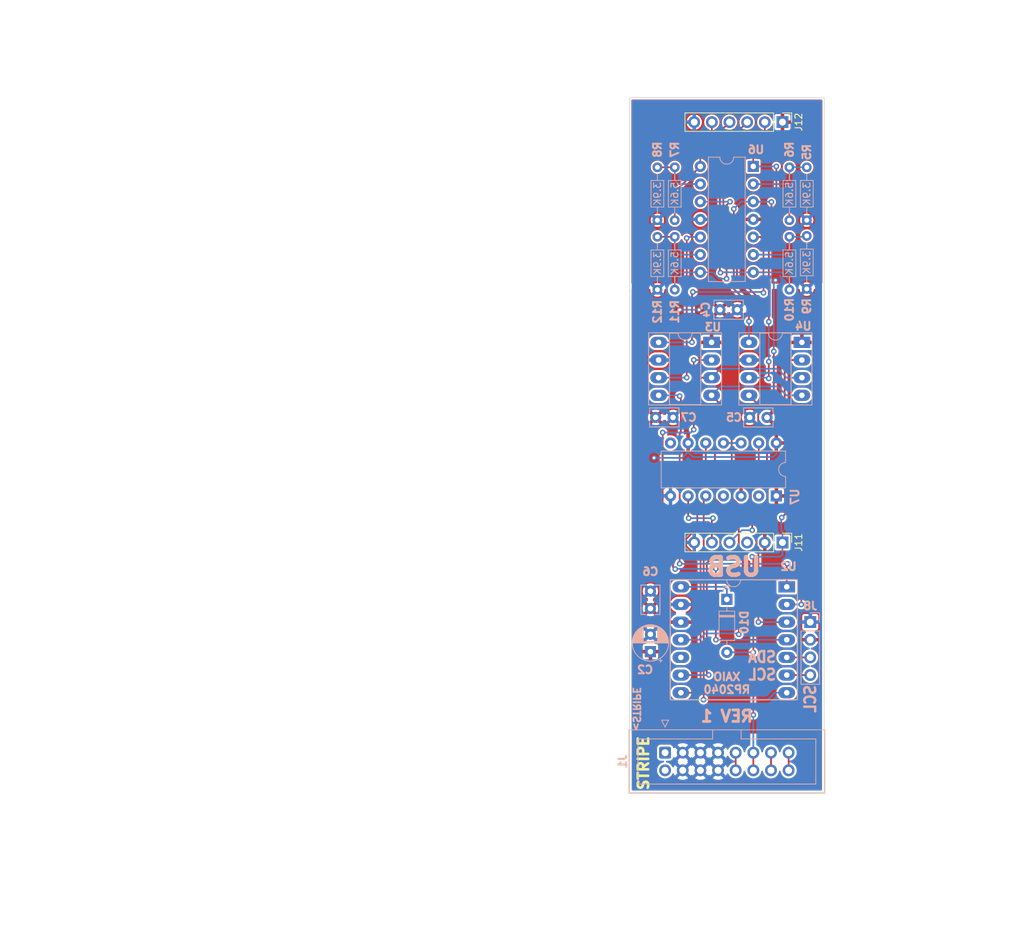
<source format=kicad_pcb>
(kicad_pcb (version 20211014) (generator pcbnew)
  (title_block (title "SYNTH MIDI COMTROLLER") (date "2022-09-23") (rev "1") (company "LAND BOARDS, LLC"))
  (layers (0 "F.Cu" signal) (31 "B.Cu" signal) (34 "B.Paste" user) (35 "F.Paste" user) (36 "B.SilkS" user "B.Silkscreen") (37 "F.SilkS" user "F.Silkscreen") (38 "B.Mask" user) (39 "F.Mask" user) (44 "Edge.Cuts" user))
  (net 0 "")
  (net 1 "+3V3")
  (net 2 "+5V")
  (net 3 "+12V")
  (net 6 "/RXD")
  (net 7 "/CV_OUT")
  (net 8 "/GATE_OUT")
  (net 10 "GND")
  (net 11 "Net-(U2-Pad7)")
  (net 14 "/LD34*")
  (net 15 "/LD12*")
  (net 16 "/SCK")
  (net 17 "/MOSI")
  (net 18 "Net-(R5-Pad2)")
  (net 19 "Net-(R7-Pad1)")
  (net 20 "Net-(R10-Pad1)")
  (net 21 "Net-(R11-Pad1)")
  (net 23 "Net-(U7-Pad11)")
  (net 24 "/AOUT4")
  (net 25 "/AOUT3")
  (net 26 "/AOUT2")
  (net 27 "/AOUT1")
  (net 28 "/CS12*")
  (net 29 "/CS34*")
  (net 30 "+5VD")
  (net 31 "/CV2_D")
  (net 32 "/CV1_D")
  (net 33 "/CV3_D")
  (net 34 "/CV4_D")
  (net 35 "/OPTOUT-D")
  (net 36 "/RBI-D")
  (net 38 "/SDA")
  (net 39 "/SCL")
  (footprint "Connector_PinHeader_2.54mm:PinHeader_1x06_P2.54mm_Vertical" (layer "F.Cu") (at 123 96 -90)
    (fp_text reference "J11" (at 0 -2.33 90) (layer "F.SilkS"))
    (fp_text value "Conn_01x06")
    (pad "1" thru_hole rect (at 0 0 270) (size 1.7 1.7) (drill 1) (layers *.Cu *.Mask) (net 2 "+5V"))
    (pad "2" thru_hole oval (at 0 2.54 270) (size 1.7 1.7) (drill 1) (layers *.Cu *.Mask) (net 1 "+3V3"))
    (pad "3" thru_hole oval (at 0 5.08 270) (size 1.7 1.7) (drill 1) (layers *.Cu *.Mask))
    (pad "4" thru_hole oval (at 0 7.62 270) (size 1.7 1.7) (drill 1) (layers *.Cu *.Mask) (net 35 "/OPTOUT-D"))
    (pad "5" thru_hole oval (at 0 10.16 270) (size 1.7 1.7) (drill 1) (layers *.Cu *.Mask) (net 36 "/RBI-D"))
    (pad "6" thru_hole oval (at 0 12.7 270) (size 1.7 1.7) (drill 1) (layers *.Cu *.Mask) (net 10 "GND"))
  )
  (footprint "Connector_PinHeader_2.54mm:PinHeader_1x06_P2.54mm_Vertical" (layer "F.Cu") (at 123 35.5 -90)
    (fp_text reference "J12" (at 0 -2.33 90) (layer "F.SilkS"))
    (fp_text value "Conn_01x06")
    (pad "1" thru_hole rect (at 0 0 270) (size 1.7 1.7) (drill 1) (layers *.Cu *.Mask) (net 2 "+5V"))
    (pad "2" thru_hole oval (at 0 2.54 270) (size 1.7 1.7) (drill 1) (layers *.Cu *.Mask) (net 31 "/CV2_D"))
    (pad "3" thru_hole oval (at 0 5.08 270) (size 1.7 1.7) (drill 1) (layers *.Cu *.Mask) (net 34 "/CV4_D"))
    (pad "4" thru_hole oval (at 0 7.62 270) (size 1.7 1.7) (drill 1) (layers *.Cu *.Mask) (net 33 "/CV3_D"))
    (pad "5" thru_hole oval (at 0 10.16 270) (size 1.7 1.7) (drill 1) (layers *.Cu *.Mask) (net 32 "/CV1_D"))
    (pad "6" thru_hole oval (at 0 12.7 270) (size 1.7 1.7) (drill 1) (layers *.Cu *.Mask) (net 10 "GND"))
  )
  (footprint "Capacitor_THT:CP_Radial_D5.0mm_P2.50mm" (layer "B.Cu") (at 104 111.705113 90)
    (fp_text reference "C2" (at -2.604888 -0.762) (layer "B.SilkS") (effects (font (size 1.143 1.143) (thickness 0.381)) (justify mirror)))
    (fp_text value "10uF")
    (pad "1" thru_hole rect (at 0 0 90) (size 1.6 1.6) (drill 0.8) (layers *.Cu *.Mask) (net 1 "+3V3"))
    (pad "2" thru_hole circle (at 2.5 0 90) (size 1.6 1.6) (drill 0.8) (layers *.Cu *.Mask) (net 10 "GND"))
  )
  (footprint "Resistor_THT:R_Axial_DIN0204_L3.6mm_D1.6mm_P7.62mm_Horizontal" (layer "B.Cu") (at 107.5 52 -90)
    (fp_text reference "R11" (at 10.795 0 90) (layer "B.SilkS") (effects (font (size 1.143 1.143) (thickness 0.381)) (justify mirror)))
    (fp_text value "5.6K" (at 3.81 0 90) (layer "B.SilkS") (effects (justify mirror)))
    (pad "1" thru_hole circle (at 0 0 270) (size 1.4 1.4) (drill 0.7) (layers *.Cu *.Mask) (net 21 "Net-(R11-Pad1)"))
    (pad "2" thru_hole oval (at 7.62 0 270) (size 1.4 1.4) (drill 0.7) (layers *.Cu *.Mask) (net 34 "/CV4_D"))
  )
  (footprint "Resistor_THT:R_Axial_DIN0204_L3.6mm_D1.6mm_P7.62mm_Horizontal" (layer "B.Cu") (at 124 52 -90)
    (fp_text reference "R10" (at 10.5 0 90) (layer "B.SilkS") (effects (font (size 1.143 1.143) (thickness 0.381)) (justify mirror)))
    (fp_text value "5.6K" (at 3.81 0 90) (layer "B.SilkS") (effects (justify mirror)))
    (pad "1" thru_hole circle (at 0 0 270) (size 1.4 1.4) (drill 0.7) (layers *.Cu *.Mask) (net 20 "Net-(R10-Pad1)"))
    (pad "2" thru_hole oval (at 7.62 0 270) (size 1.4 1.4) (drill 0.7) (layers *.Cu *.Mask) (net 33 "/CV3_D"))
  )
  (footprint "Capacitor_THT:C_Rect_L4.0mm_W2.5mm_P2.50mm" (layer "B.Cu") (at 120.777 78 180)
    (fp_text reference "C5" (at 4.75 0) (layer "B.SilkS") (effects (font (size 1.143 1.143) (thickness 0.381)) (justify mirror)))
    (fp_text value "0.1uF")
    (pad "1" thru_hole circle (at 0 0 180) (size 1.6 1.6) (drill 0.8) (layers *.Cu *.Mask) (net 1 "+3V3"))
    (pad "2" thru_hole circle (at 2.5 0 180) (size 1.6 1.6) (drill 0.8) (layers *.Cu *.Mask) (net 10 "GND"))
  )
  (footprint "Resistor_THT:R_Axial_DIN0204_L3.6mm_D1.6mm_P7.62mm_Horizontal" (layer "B.Cu") (at 107.5 42 -90)
    (fp_text reference "R7" (at -2.54 0 90) (layer "B.SilkS") (effects (font (size 1.143 1.143) (thickness 0.381)) (justify mirror)))
    (fp_text value "5.6K" (at 3.81 0 90) (layer "B.SilkS") (effects (justify mirror)))
    (pad "1" thru_hole circle (at 0 0 270) (size 1.4 1.4) (drill 0.7) (layers *.Cu *.Mask) (net 19 "Net-(R7-Pad1)"))
    (pad "2" thru_hole oval (at 7.62 0 270) (size 1.4 1.4) (drill 0.7) (layers *.Cu *.Mask) (net 32 "/CV1_D"))
  )
  (footprint "Package_DIP:DIP-8_W7.62mm_Socket_LongPads" (layer "B.Cu") (at 112.8 67.2 180)
    (fp_text reference "U3" (at -0.2 2.2) (layer "B.SilkS") (effects (font (size 1.143 1.143) (thickness 0.381)) (justify mirror)))
    (fp_text value "MCP4822-E/P")
    (pad "1" thru_hole rect (at 0 0 180) (size 2.4 1.6) (drill 0.8) (layers *.Cu *.Mask) (net 1 "+3V3"))
    (pad "2" thru_hole oval (at 0 -2.54 180) (size 2.4 1.6) (drill 0.8) (layers *.Cu *.Mask) (net 29 "/CS34*"))
    (pad "3" thru_hole oval (at 0 -5.08 180) (size 2.4 1.6) (drill 0.8) (layers *.Cu *.Mask) (net 16 "/SCK"))
    (pad "4" thru_hole oval (at 0 -7.62 180) (size 2.4 1.6) (drill 0.8) (layers *.Cu *.Mask) (net 17 "/MOSI"))
    (pad "5" thru_hole oval (at 7.62 -7.62 180) (size 2.4 1.6) (drill 0.8) (layers *.Cu *.Mask) (net 14 "/LD34*"))
    (pad "6" thru_hole oval (at 7.62 -5.08 180) (size 2.4 1.6) (drill 0.8) (layers *.Cu *.Mask) (net 24 "/AOUT4"))
    (pad "7" thru_hole oval (at 7.62 -2.54 180) (size 2.4 1.6) (drill 0.8) (layers *.Cu *.Mask) (net 10 "GND"))
    (pad "8" thru_hole oval (at 7.62 0 180) (size 2.4 1.6) (drill 0.8) (layers *.Cu *.Mask) (net 25 "/AOUT3"))
  )
  (footprint "Diode_THT:D_DO-35_SOD27_P7.62mm_Horizontal" (layer "B.Cu") (at 115 104.19 -90)
    (fp_text reference "D10" (at 3.31 -2.5 90) (layer "B.SilkS") (effects (font (size 1.143 1.143) (thickness 0.381)) (justify mirror)))
    (fp_text value "BAT41")
    (fp_text user "K" (at -1.69 0 90) (layer "B.SilkS") (effects (justify mirror)))
    (pad "1" thru_hole rect (at 0 0 270) (size 1.6 1.6) (drill 0.8) (layers *.Cu *.Mask) (net 30 "+5VD"))
    (pad "2" thru_hole oval (at 7.62 0 270) (size 1.6 1.6) (drill 0.8) (layers *.Cu *.Mask) (net 2 "+5V"))
  )
  (footprint "Capacitor_THT:C_Rect_L4.0mm_W2.5mm_P2.50mm" (layer "B.Cu") (at 104.75 78)
    (fp_text reference "C7" (at 4.75 0) (layer "B.SilkS") (effects (font (size 1.143 1.143) (thickness 0.381)) (justify mirror)))
    (fp_text value "0.1uF")
    (pad "1" thru_hole circle (at 0 0) (size 1.6 1.6) (drill 0.8) (layers *.Cu *.Mask) (net 1 "+3V3"))
    (pad "2" thru_hole circle (at 2.5 0) (size 1.6 1.6) (drill 0.8) (layers *.Cu *.Mask) (net 10 "GND"))
  )
  (footprint "Package_DIP:DIP-8_W7.62mm_Socket_LongPads" (layer "B.Cu") (at 125.8 67.2 180)
    (fp_text reference "U4" (at -0.2 2.33) (layer "B.SilkS") (effects (font (size 1.143 1.143) (thickness 0.381)) (justify mirror)))
    (fp_text value "MCP4822-E/P")
    (pad "1" thru_hole rect (at 0 0 180) (size 2.4 1.6) (drill 0.8) (layers *.Cu *.Mask) (net 1 "+3V3"))
    (pad "2" thru_hole oval (at 0 -2.54 180) (size 2.4 1.6) (drill 0.8) (layers *.Cu *.Mask) (net 28 "/CS12*"))
    (pad "3" thru_hole oval (at 0 -5.08 180) (size 2.4 1.6) (drill 0.8) (layers *.Cu *.Mask) (net 16 "/SCK"))
    (pad "4" thru_hole oval (at 0 -7.62 180) (size 2.4 1.6) (drill 0.8) (layers *.Cu *.Mask) (net 17 "/MOSI"))
    (pad "5" thru_hole oval (at 7.62 -7.62 180) (size 2.4 1.6) (drill 0.8) (layers *.Cu *.Mask) (net 15 "/LD12*"))
    (pad "6" thru_hole oval (at 7.62 -5.08 180) (size 2.4 1.6) (drill 0.8) (layers *.Cu *.Mask) (net 26 "/AOUT2"))
    (pad "7" thru_hole oval (at 7.62 -2.54 180) (size 2.4 1.6) (drill 0.8) (layers *.Cu *.Mask) (net 10 "GND"))
    (pad "8" thru_hole oval (at 7.62 0 180) (size 2.4 1.6) (drill 0.8) (layers *.Cu *.Mask) (net 27 "/AOUT1"))
  )
  (footprint "Resistor_THT:R_Axial_DIN0204_L3.6mm_D1.6mm_P7.62mm_Horizontal" (layer "B.Cu") (at 124 42 -90)
    (fp_text reference "R6" (at -2.54 0 90) (layer "B.SilkS") (effects (font (size 1.143 1.143) (thickness 0.381)) (justify mirror)))
    (fp_text value "5.6K" (at 3.809992 -0.000006 90) (layer "B.SilkS") (effects (justify mirror)))
    (pad "1" thru_hole circle (at 0 0 270) (size 1.4 1.4) (drill 0.7) (layers *.Cu *.Mask) (net 18 "Net-(R5-Pad2)"))
    (pad "2" thru_hole oval (at 7.62 0 270) (size 1.4 1.4) (drill 0.7) (layers *.Cu *.Mask) (net 31 "/CV2_D"))
  )
  (footprint "Package_DIP:DIP-14_W7.62mm" (layer "B.Cu") (at 118.8 41.875 180)
    (fp_text reference "U6" (at -0.391 2.408) (layer "B.SilkS") (effects (font (size 1.143 1.143) (thickness 0.381)) (justify mirror)))
    (fp_text value "MCP6234")
    (pad "1" thru_hole rect (at 0 0 180) (size 1.6 1.6) (drill 0.8) (layers *.Cu *.Mask) (net 31 "/CV2_D"))
    (pad "2" thru_hole oval (at 0 -2.54 180) (size 1.6 1.6) (drill 0.8) (layers *.Cu *.Mask) (net 18 "Net-(R5-Pad2)"))
    (pad "3" thru_hole oval (at 0 -5.08 180) (size 1.6 1.6) (drill 0.8) (layers *.Cu *.Mask) (net 26 "/AOUT2"))
    (pad "4" thru_hole oval (at 0 -7.62 180) (size 1.6 1.6) (drill 0.8) (layers *.Cu *.Mask) (net 2 "+5V"))
    (pad "5" thru_hole oval (at 0 -10.16 180) (size 1.6 1.6) (drill 0.8) (layers *.Cu *.Mask) (net 25 "/AOUT3"))
    (pad "6" thru_hole oval (at 0 -12.7 180) (size 1.6 1.6) (drill 0.8) (layers *.Cu *.Mask) (net 20 "Net-(R10-Pad1)"))
    (pad "7" thru_hole oval (at 0 -15.24 180) (size 1.6 1.6) (drill 0.8) (layers *.Cu *.Mask) (net 33 "/CV3_D"))
    (pad "8" thru_hole oval (at 7.62 -15.24 180) (size 1.6 1.6) (drill 0.8) (layers *.Cu *.Mask) (net 34 "/CV4_D"))
    (pad "9" thru_hole oval (at 7.62 -12.7 180) (size 1.6 1.6) (drill 0.8) (layers *.Cu *.Mask) (net 21 "Net-(R11-Pad1)"))
    (pad "10" thru_hole oval (at 7.62 -10.16 180) (size 1.6 1.6) (drill 0.8) (layers *.Cu *.Mask) (net 24 "/AOUT4"))
    (pad "11" thru_hole oval (at 7.62 -7.62 180) (size 1.6 1.6) (drill 0.8) (layers *.Cu *.Mask) (net 10 "GND"))
    (pad "12" thru_hole oval (at 7.62 -5.08 180) (size 1.6 1.6) (drill 0.8) (layers *.Cu *.Mask) (net 27 "/AOUT1"))
    (pad "13" thru_hole oval (at 7.62 -2.54 180) (size 1.6 1.6) (drill 0.8) (layers *.Cu *.Mask) (net 19 "Net-(R7-Pad1)"))
    (pad "14" thru_hole oval (at 7.62 0 180) (size 1.6 1.6) (drill 0.8) (layers *.Cu *.Mask) (net 32 "/CV1_D"))
  )
  (footprint "Resistor_THT:R_Axial_DIN0204_L3.6mm_D1.6mm_P7.62mm_Horizontal" (layer "B.Cu") (at 126.5 49.62 90)
    (fp_text reference "R5" (at 9.81 0 90) (layer "B.SilkS") (effects (font (size 1.143 1.143) (thickness 0.381)) (justify mirror)))
    (fp_text value "3.9K" (at 3.81 0 90) (layer "B.SilkS") (effects (justify mirror)))
    (pad "1" thru_hole circle (at 0 0 90) (size 1.4 1.4) (drill 0.7) (layers *.Cu *.Mask) (net 10 "GND"))
    (pad "2" thru_hole oval (at 7.62 0 90) (size 1.4 1.4) (drill 0.7) (layers *.Cu *.Mask) (net 18 "Net-(R5-Pad2)"))
  )
  (footprint "Connector_IDC:IDC-Header_2x08_P2.54mm_Vertical" (layer "B.Cu") (at 106.11 126.2475 -90)
    (fp_text reference "J1" (at 1.27 6.1 90) (layer "B.SilkS") (effects (font (size 1.143 1.143) (thickness 0.381)) (justify mirror)))
    (fp_text value "Conn_02x08_Odd_Even")
    (pad "1" thru_hole roundrect (at 0 0 270) (size 1.7 1.7) (drill 1) (layers *.Cu *.Mask) (roundrect_rratio 0.1470588235))
    (pad "2" thru_hole circle (at 2.54 0 270) (size 1.7 1.7) (drill 1) (layers *.Cu *.Mask))
    (pad "3" thru_hole circle (at 0 -2.54 270) (size 1.7 1.7) (drill 1) (layers *.Cu *.Mask) (net 10 "GND"))
    (pad "4" thru_hole circle (at 2.54 -2.54 270) (size 1.7 1.7) (drill 1) (layers *.Cu *.Mask) (net 10 "GND"))
    (pad "5" thru_hole circle (at 0 -5.08 270) (size 1.7 1.7) (drill 1) (layers *.Cu *.Mask) (net 10 "GND"))
    (pad "6" thru_hole circle (at 2.54 -5.08 270) (size 1.7 1.7) (drill 1) (layers *.Cu *.Mask) (net 10 "GND"))
    (pad "7" thru_hole circle (at 0 -7.62 270) (size 1.7 1.7) (drill 1) (layers *.Cu *.Mask) (net 10 "GND"))
    (pad "8" thru_hole circle (at 2.54 -7.62 270) (size 1.7 1.7) (drill 1) (layers *.Cu *.Mask) (net 10 "GND"))
    (pad "9" thru_hole circle (at 0 -10.16 270) (size 1.7 1.7) (drill 1) (layers *.Cu *.Mask) (net 3 "+12V"))
    (pad "10" thru_hole circle (at 2.54 -10.16 270) (size 1.7 1.7) (drill 1) (layers *.Cu *.Mask) (net 3 "+12V"))
    (pad "11" thru_hole circle (at 0 -12.7 270) (size 1.7 1.7) (drill 1) (layers *.Cu *.Mask) (net 2 "+5V"))
    (pad "12" thru_hole circle (at 2.54 -12.7 270) (size 1.7 1.7) (drill 1) (layers *.Cu *.Mask) (net 2 "+5V"))
    (pad "13" thru_hole circle (at 0 -15.24 270) (size 1.7 1.7) (drill 1) (layers *.Cu *.Mask) (net 7 "/CV_OUT"))
    (pad "14" thru_hole circle (at 2.54 -15.24 270) (size 1.7 1.7) (drill 1) (layers *.Cu *.Mask) (net 7 "/CV_OUT"))
    (pad "15" thru_hole circle (at 0 -17.78 270) (size 1.7 1.7) (drill 1) (layers *.Cu *.Mask) (net 8 "/GATE_OUT"))
    (pad "16" thru_hole circle (at 2.54 -17.78 270) (size 1.7 1.7) (drill 1) (layers *.Cu *.Mask) (net 8 "/GATE_OUT"))
  )
  (footprint "LandBoards_BoardOutlines:QT_Py" (layer "B.Cu") (at 123.62 102.38 180)
    (fp_text reference "U2" (at -0.254 2.921) (layer "B.SilkS") (effects (font (size 1.143 1.143) (thickness 0.381)) (justify mirror)))
    (fp_text value "XIAO_RP2040")
    (pad "1" thru_hole rect (at 0 0 180) (size 2.4 1.6) (drill 0.8) (layers *.Cu *.Mask) (net 14 "/LD34*"))
    (pad "2" thru_hole oval (at 0 -2.54 180) (size 2.4 1.6) (drill 0.8) (layers *.Cu *.Mask) (net 28 "/CS12*"))
    (pad "3" thru_hole oval (at 0 -5.08 180) (size 2.4 1.6) (drill 0.8) (layers *.Cu *.Mask) (net 15 "/LD12*"))
    (pad "4" thru_hole oval (at 0 -7.62 180) (size 2.4 1.6) (drill 0.8) (layers *.Cu *.Mask) (net 29 "/CS34*"))
    (pad "5" thru_hole oval (at 0 -10.16 180) (size 2.4 1.6) (drill 0.8) (layers *.Cu *.Mask) (net 38 "/SDA"))
    (pad "6" thru_hole oval (at 0 -12.7 180) (size 2.4 1.6) (drill 0.8) (layers *.Cu *.Mask) (net 39 "/SCL"))
    (pad "7" thru_hole oval (at 0 -15.24 180) (size 2.4 1.6) (drill 0.8) (layers *.Cu *.Mask) (net 11 "Net-(U2-Pad7)"))
    (pad "8" thru_hole oval (at 15.24 -15.24 180) (size 2.4 1.6) (drill 0.8) (layers *.Cu *.Mask) (net 6 "/RXD"))
    (pad "9" thru_hole oval (at 15.24 -12.7 180) (size 2.4 1.6) (drill 0.8) (layers *.Cu *.Mask) (net 16 "/SCK"))
    (pad "10" thru_hole oval (at 15.24 -10.16 180) (size 2.4 1.6) (drill 0.8) (layers *.Cu *.Mask))
    (pad "11" thru_hole oval (at 15.24 -7.62 180) (size 2.4 1.6) (drill 0.8) (layers *.Cu *.Mask) (net 17 "/MOSI"))
    (pad "12" thru_hole oval (at 15.24 -5.08 180) (size 2.4 1.6) (drill 0.8) (layers *.Cu *.Mask) (net 1 "+3V3"))
    (pad "13" thru_hole oval (at 15.24 -2.54 180) (size 2.4 1.6) (drill 0.8) (layers *.Cu *.Mask) (net 10 "GND"))
    (pad "14" thru_hole oval (at 15.24 0 180) (size 2.4 1.6) (drill 0.8) (layers *.Cu *.Mask) (net 30 "+5VD"))
  )
  (footprint "Capacitor_THT:C_Rect_L4.0mm_W2.5mm_P2.50mm" (layer "B.Cu") (at 114 62.5)
    (fp_text reference "C4" (at -2.052 0 90) (layer "B.SilkS") (effects (font (size 1.143 1.143) (thickness 0.381)) (justify mirror)))
    (fp_text value "0.1uF")
    (pad "1" thru_hole circle (at 0 0) (size 1.6 1.6) (drill 0.8) (layers *.Cu *.Mask) (net 1 "+3V3"))
    (pad "2" thru_hole circle (at 2.5 0) (size 1.6 1.6) (drill 0.8) (layers *.Cu *.Mask) (net 10 "GND"))
  )
  (footprint "Capacitor_THT:C_Rect_L4.0mm_W2.5mm_P2.50mm" (layer "B.Cu") (at 104 105.5 90)
    (fp_text reference "C6" (at 5.314 0) (layer "B.SilkS") (effects (font (size 1.143 1.143) (thickness 0.381)) (justify mirror)))
    (fp_text value "0.1uF")
    (pad "1" thru_hole circle (at 0 0 90) (size 1.6 1.6) (drill 0.8) (layers *.Cu *.Mask) (net 1 "+3V3"))
    (pad "2" thru_hole circle (at 2.5 0 90) (size 1.6 1.6) (drill 0.8) (layers *.Cu *.Mask) (net 10 "GND"))
  )
  (footprint "Connector_PinHeader_2.54mm:PinHeader_1x04_P2.54mm_Vertical" (layer "B.Cu") (at 127 107.452 180)
    (fp_text reference "J8" (at 0 2.33) (layer "B.SilkS") (effects (font (size 1.143 1.143) (thickness 0.381)) (justify mirror)))
    (fp_text value "Conn_01x04")
    (pad "1" thru_hole rect (at 0 0 180) (size 1.7 1.7) (drill 1) (layers *.Cu *.Mask) (net 10 "GND"))
    (pad "2" thru_hole oval (at 0 -2.54 180) (size 1.7 1.7) (drill 1) (layers *.Cu *.Mask) (net 1 "+3V3"))
    (pad "3" thru_hole oval (at 0 -5.08 180) (size 1.7 1.7) (drill 1) (layers *.Cu *.Mask) (net 38 "/SDA"))
    (pad "4" thru_hole oval (at 0 -7.62 180) (size 1.7 1.7) (drill 1) (layers *.Cu *.Mask) (net 39 "/SCL"))
  )
  (footprint "Resistor_THT:R_Axial_DIN0204_L3.6mm_D1.6mm_P7.62mm_Horizontal" (layer "B.Cu") (at 105 49.62 90)
    (fp_text reference "R8" (at 10.16 0 90) (layer "B.SilkS") (effects (font (size 1.143 1.143) (thickness 0.381)) (justify mirror)))
    (fp_text value "3.9K" (at 3.81 0 90) (layer "B.SilkS") (effects (justify mirror)))
    (pad "1" thru_hole circle (at 0 0 90) (size 1.4 1.4) (drill 0.7) (layers *.Cu *.Mask) (net 10 "GND"))
    (pad "2" thru_hole oval (at 7.62 0 90) (size 1.4 1.4) (drill 0.7) (layers *.Cu *.Mask) (net 19 "Net-(R7-Pad1)"))
  )
  (footprint "Resistor_THT:R_Axial_DIN0204_L3.6mm_D1.6mm_P7.62mm_Horizontal" (layer "B.Cu") (at 126.5 59.5 90)
    (fp_text reference "R9" (at -2.5 0 90) (layer "B.SilkS") (effects (font (size 1.143 1.143) (thickness 0.381)) (justify mirror)))
    (fp_text value "3.9K" (at 3.81 0 90) (layer "B.SilkS") (effects (justify mirror)))
    (pad "1" thru_hole circle (at 0 0 90) (size 1.4 1.4) (drill 0.7) (layers *.Cu *.Mask) (net 10 "GND"))
    (pad "2" thru_hole oval (at 7.62 0 90) (size 1.4 1.4) (drill 0.7) (layers *.Cu *.Mask) (net 20 "Net-(R10-Pad1)"))
  )
  (footprint "Resistor_THT:R_Axial_DIN0204_L3.6mm_D1.6mm_P7.62mm_Horizontal" (layer "B.Cu") (at 105 59.62 90)
    (fp_text reference "R12" (at -3.175 0 90) (layer "B.SilkS") (effects (font (size 1.143 1.143) (thickness 0.381)) (justify mirror)))
    (fp_text value "3.9K" (at 3.81 0 90) (layer "B.SilkS") (effects (justify mirror)))
    (pad "1" thru_hole circle (at 0 0 90) (size 1.4 1.4) (drill 0.7) (layers *.Cu *.Mask) (net 10 "GND"))
    (pad "2" thru_hole oval (at 7.62 0 90) (size 1.4 1.4) (drill 0.7) (layers *.Cu *.Mask) (net 21 "Net-(R11-Pad1)"))
  )
  (footprint "Package_DIP:DIP-14_W7.62mm" (layer "B.Cu") (at 122.125 89.3 90)
    (fp_text reference "U7" (at -0.137 2.662 90) (layer "B.SilkS") (effects (font (size 1.143 1.143) (thickness 0.381)) (justify mirror)))
    (fp_text value "74HC14")
    (pad "1" thru_hole rect (at 0 0 90) (size 1.6 1.6) (drill 0.8) (layers *.Cu *.Mask) (net 1 "+3V3"))
    (pad "2" thru_hole oval (at 0 -2.54 90) (size 1.6 1.6) (drill 0.8) (layers *.Cu *.Mask))
    (pad "3" thru_hole oval (at 0 -5.08 90) (size 1.6 1.6) (drill 0.8) (layers *.Cu *.Mask) (net 1 "+3V3"))
    (pad "4" thru_hole oval (at 0 -7.62 90) (size 1.6 1.6) (drill 0.8) (layers *.Cu *.Mask))
    (pad "5" thru_hole oval (at 0 -10.16 90) (size 1.6 1.6) (drill 0.8) (layers *.Cu *.Mask) (net 11 "Net-(U2-Pad7)"))
    (pad "6" thru_hole oval (at 0 -12.7 90) (size 1.6 1.6) (drill 0.8) (layers *.Cu *.Mask) (net 36 "/RBI-D"))
    (pad "7" thru_hole oval (at 0 -15.24 90) (size 1.6 1.6) (drill 0.8) (layers *.Cu *.Mask) (net 10 "GND"))
    (pad "8" thru_hole oval (at 7.62 -15.24 90) (size 1.6 1.6) (drill 0.8) (layers *.Cu *.Mask))
    (pad "9" thru_hole oval (at 7.62 -12.7 90) (size 1.6 1.6) (drill 0.8) (layers *.Cu *.Mask) (net 1 "+3V3"))
    (pad "10" thru_hole oval (at 7.62 -10.16 90) (size 1.6 1.6) (drill 0.8) (layers *.Cu *.Mask) (net 6 "/RXD"))
    (pad "11" thru_hole oval (at 7.62 -7.62 90) (size 1.6 1.6) (drill 0.8) (layers *.Cu *.Mask) (net 23 "Net-(U7-Pad11)"))
    (pad "12" thru_hole oval (at 7.62 -5.08 90) (size 1.6 1.6) (drill 0.8) (layers *.Cu *.Mask) (net 23 "Net-(U7-Pad11)"))
    (pad "13" thru_hole oval (at 7.62 -2.54 90) (size 1.6 1.6) (drill 0.8) (layers *.Cu *.Mask) (net 35 "/OPTOUT-D"))
    (pad "14" thru_hole oval (at 7.62 0 90) (size 1.6 1.6) (drill 0.8) (layers *.Cu *.Mask) (net 1 "+3V3"))
  )
  (gr_rect (start 101 32) (end 129 132) (layer "Edge.Cuts") (width 0.1) (fill none))
  (gr_text "XAIO\nRP2040" (at 115 116.25) (layer "B.SilkS") (effects (font (size 1.143 1.143) (thickness 0.28575)) (justify mirror)))
  (gr_text "REV 1" (at 114.999999 121.000012) (layer "B.SilkS") (effects (font (size 1.651 1.651) (thickness 0.41275)) (justify mirror)))
  (gr_text "SDA\nSCL" (at 122.25 113.749988) (layer "B.SilkS") (effects (font (size 1.5748 1.397) (thickness 0.34925)) (justify left mirror)))
  (gr_text "USB" (at 116 99.5) (layer "B.SilkS") (effects (font (size 2.54 2.54) (thickness 0.635)) (justify mirror)))
  (gr_text "SCL" (at 127 118.5 90) (layer "B.SilkS") (effects (font (size 1.5748 1.397) (thickness 0.34925)) (justify mirror)))
  (gr_text "<STRIPE" (at 101.999999 119.999989 270) (layer "B.SilkS") (effects (font (size 1 1) (thickness 0.25)) (justify mirror)))
  (gr_text "STRIPE" (at 103 127.75 90) (layer "F.SilkS") (effects (font (size 1.5 1.5) (thickness 0.375))))
  (via (at 108.25 62.5) (size 0.8) (drill 0.4) (layers "F.Cu" "B.Cu") (net 1))
  (via (at 104.521 83.82) (size 0.8) (drill 0.4) (layers "F.Cu" "B.Cu") (net 1))
  (via (at 111 62.5) (size 0.8) (drill 0.4) (layers "F.Cu" "B.Cu") (net 1))
  (segment (start 122.125 83.234) (end 122.125 81.68) (width 0.25) (layer "B.Cu") (net 1))
  (segment (start 108.585 83.82) (end 104.521 83.82) (width 0.25) (layer "B.Cu") (net 1))
  (segment (start 109.425 83.009) (end 110.109 83.693) (width 0.25) (layer "B.Cu") (net 1))
  (segment (start 108.585 83.82) (end 109.425 82.98) (width 0.25) (layer "B.Cu") (net 1))
  (segment (start 109.425 81.68) (end 109.425 83.009) (width 0.25) (layer "B.Cu") (net 1))
  (segment (start 121.666 83.693) (end 122.125 83.234) (width 0.25) (layer "B.Cu") (net 1))
  (segment (start 110.109 83.693) (end 121.666 83.693) (width 0.25) (layer "B.Cu") (net 1))
  (segment (start 111 62.5) (end 108.25 62.5) (width 0.25) (layer "B.Cu") (net 1))
  (segment (start 118.81 111.81) (end 118.81 98.2095) (width 0.25) (layer "F.Cu") (net 2))
  (segment (start 122.905 92.405) (end 124.5 90.81) (width 0.25) (layer "F.Cu") (net 2))
  (segment (start 118.81 98.2095) (end 118.6445 98.044) (width 0.25) (layer "F.Cu") (net 2))
  (segment (start 118.81 120.81) (end 118.81 111.81) (width 0.25) (layer "F.Cu") (net 2))
  (segment (start 124.5 90.81) (end 124.5 77.75) (width 0.25) (layer "F.Cu") (net 2))
  (segment (start 124.5 77.75) (end 121.7555 75.0055) (width 0.25) (layer "F.Cu") (net 2))
  (segment (start 118.81 128.7875) (end 118.81 126.2475) (width 0.25) (layer "F.Cu") (net 2))
  (segment (start 121.7555 75.0055) (end 121.7555 68.4945) (width 0.25) (layer "F.Cu") (net 2))
  (via (at 118.81 111.81) (size 0.8) (drill 0.4) (layers "F.Cu" "B.Cu") (net 2))
  (via (at 122.905 92.405) (size 0.8) (drill 0.4) (layers "F.Cu" "B.Cu") (net 2))
  (via (at 122 58.25) (size 0.8) (drill 0.4) (layers "F.Cu" "B.Cu") (net 2))
  (via (at 118.6445 98.044) (size 0.8) (drill 0.4) (layers "F.Cu" "B.Cu") (net 2))
  (via (at 118.81 120.81) (size 0.8) (drill 0.4) (layers "F.Cu" "B.Cu") (net 2))
  (via (at 121.7555 68.4945) (size 0.8) (drill 0.4) (layers "F.Cu" "B.Cu") (net 2))
  (segment (start 121.75 58.5) (end 122 58.25) (width 0.25) (layer "B.Cu") (net 2))
  (segment (start 123 97.726) (end 123 96) (width 0.25) (layer "B.Cu") (net 2))
  (segment (start 122.81 94.235) (end 123 94.425) (width 0.25) (layer "B.Cu") (net 2))
  (segment (start 122.81 92.5) (end 122.81 94.235) (width 0.25) (layer "B.Cu") (net 2))
  (segment (start 121.7555 62.9945) (end 121.7555 68.4945) (width 0.25) (layer "B.Cu") (net 2))
  (segment (start 121.7555 62.9945) (end 121.75 62.989) (width 0.25) (layer "B.Cu") (net 2))
  (segment (start 118.6445 98.044) (end 122.682 98.044) (width 0.25) (layer "B.Cu") (net 2))
  (segment (start 115 111.81) (end 118.81 111.81) (width 0.25) (layer "B.Cu") (net 2))
  (segment (start 123 96) (end 123 94.425) (width 0.25) (layer "B.Cu") (net 2))
  (segment (start 121.75 62.989) (end 121.75 58.5) (width 0.25) (layer "B.Cu") (net 2))
  (segment (start 122.682 98.044) (end 123 97.726) (width 0.25) (layer "B.Cu") (net 2))
  (segment (start 118.81 126.2475) (end 118.81 120.81) (width 0.25) (layer "B.Cu") (net 2))
  (segment (start 116.27 128.7875) (end 116.27 126.2475) (width 0.25) (layer "F.Cu") (net 3))
  (segment (start 110.472 117.62) (end 111.215969 116.876031) (width 0.25) (layer "F.Cu") (net 6))
  (segment (start 110.744 93.89499) (end 110.744 86.233) (width 0.25) (layer "F.Cu") (net 6))
  (segment (start 111.215969 98.576979) (end 109.125489 96.486499) (width 0.25) (layer "F.Cu") (net 6))
  (segment (start 111.965 81.68) (end 111.965 85.012) (width 0.25) (layer "F.Cu") (net 6))
  (segment (start 111.965 85.012) (end 110.744 86.233) (width 0.25) (layer "F.Cu") (net 6))
  (segment (start 109.125489 95.513501) (end 110.744 93.89499) (width 0.25) (layer "F.Cu") (net 6))
  (segment (start 111.215969 116.876031) (end 111.215969 98.576979) (width 0.25) (layer "F.Cu") (net 6))
  (segment (start 108.38 117.62) (end 110.472 117.62) (width 0.25) (layer "F.Cu") (net 6))
  (segment (start 109.125489 96.486499) (end 109.125489 95.513501) (width 0.25) (layer "F.Cu") (net 6))
  (segment (start 121.35 128.7875) (end 121.35 126.2475) (width 0.25) (layer "F.Cu") (net 7))
  (segment (start 123.89 128.7875) (end 123.89 126.2475) (width 0.25) (layer "F.Cu") (net 8))
  (segment (start 111.665489 89.599511) (end 111.665489 118.585511) (width 0.25) (layer "F.Cu") (net 11))
  (segment (start 111.665489 118.585511) (end 111.633 118.618) (width 0.25) (layer "F.Cu") (net 11))
  (via (at 111.633 118.618) (size 0.8) (drill 0.4) (layers "F.Cu" "B.Cu") (net 11))
  (segment (start 111.633 118.618) (end 120.904 118.618) (width 0.25) (layer "B.Cu") (net 11))
  (segment (start 120.904 118.618) (end 121.902 117.62) (width 0.25) (layer "B.Cu") (net 11))
  (segment (start 121.902 117.62) (end 123.62 117.62) (width 0.25) (layer "B.Cu") (net 11))
  (segment (start 123.698 99.06) (end 123.62 99.138) (width 0.25) (layer "F.Cu") (net 14))
  (segment (start 108.204 74.93) (end 108.374511 75.100511) (width 0.25) (layer "F.Cu") (net 14))
  (segment (start 108.374511 80.220489) (end 108.204 80.391) (width 0.25) (layer "F.Cu") (net 14))
  (segment (start 108.204 80.391) (end 108.204 99.06) (width 0.25) (layer "F.Cu") (net 14))
  (segment (start 123.62 99.138) (end 123.62 102.38) (width 0.25) (layer "F.Cu") (net 14))
  (segment (start 108.374511 75.100511) (end 108.374511 80.220489) (width 0.25) (layer "F.Cu") (net 14))
  (via (at 108.204 74.93) (size 0.8) (drill 0.4) (layers "F.Cu" "B.Cu") (net 14))
  (via (at 108.204 99.06) (size 0.8) (drill 0.4) (layers "F.Cu" "B.Cu") (net 14))
  (via (at 123.698 99.06) (size 0.8) (drill 0.4) (layers "F.Cu" "B.Cu") (net 14))
  (segment (start 108.204 99.06) (end 123.698 99.06) (width 0.25) (layer "B.Cu") (net 14))
  (segment (start 108.094 74.82) (end 108.204 74.93) (width 0.25) (layer "B.Cu") (net 14))
  (segment (start 105.18 74.82) (end 108.094 74.82) (width 0.25) (layer "B.Cu") (net 14))
  (segment (start 119.285489 96.486499) (end 119.285489 94.964511) (width 0.25) (layer "F.Cu") (net 15))
  (segment (start 119.507 79.248) (end 119.507 76.147) (width 0.25) (layer "F.Cu") (net 15))
  (segment (start 120.777 80.518) (end 119.507 79.248) (width 0.25) (layer "F.Cu") (net 15))
  (segment (start 119.5345 96.73551) (end 119.285489 96.486499) (width 0.25) (layer "F.Cu") (net 15))
  (segment (start 119.5345 107.442) (end 119.5345 96.73551) (width 0.25) (layer "F.Cu") (net 15))
  (segment (start 120.777 91.223) (end 120.777 80.518) (width 0.25) (layer "F.Cu") (net 15))
  (segment (start 119.507 76.147) (end 118.18 74.82) (width 0.25) (layer "F.Cu") (net 15))
  (segment (start 119.684 92.316) (end 120.777 91.223) (width 0.25) (layer "F.Cu") (net 15))
  (segment (start 119.684 94.566) (end 119.684 92.316) (width 0.25) (layer "F.Cu") (net 15))
  (segment (start 119.285489 94.964511) (end 119.684 94.566) (width 0.25) (layer "F.Cu") (net 15))
  (via (at 119.5345 107.442) (size 0.8) (drill 0.4) (layers "F.Cu" "B.Cu") (net 15))
  (segment (start 119.5525 107.46) (end 119.5345 107.442) (width 0.25) (layer "B.Cu") (net 15))
  (segment (start 123.62 107.46) (end 119.5525 107.46) (width 0.25) (layer "B.Cu") (net 15))
  (segment (start 114.046 97.028) (end 114.046 90.4313) (width 0.25) (layer "F.Cu") (net 16))
  (segment (start 113.284 89.6693) (end 113.284 79.375) (width 0.25) (layer "F.Cu") (net 16))
  (segment (start 112.115009 98.958991) (end 114.046 97.028) (width 0.25) (layer "F.Cu") (net 16))
  (segment (start 112.389989 115.062) (end 112.115009 114.78702) (width 0.25) (layer "F.Cu") (net 16))
  (segment (start 113.284 79.375) (end 110.871 76.962) (width 0.25) (layer "F.Cu") (net 16))
  (segment (start 110.871 76.962) (end 110.871 72.771) (width 0.25) (layer "F.Cu") (net 16))
  (segment (start 110.871 72.771) (end 111.362 72.28) (width 0.25) (layer "F.Cu") (net 16))
  (segment (start 112.115009 114.78702) (end 112.115009 98.958991) (width 0.25) (layer "F.Cu") (net 16))
  (segment (start 114.046 90.4313) (end 113.284 89.6693) (width 0.25) (layer "F.Cu") (net 16))
  (segment (start 111.362 72.28) (end 112.8 72.28) (width 0.25) (layer "F.Cu") (net 16))
  (via (at 112.389989 115.062) (size 0.8) (drill 0.4) (layers "F.Cu" "B.Cu") (net 16))
  (segment (start 112.371989 115.08) (end 112.389989 115.062) (width 0.25) (layer "B.Cu") (net 16))
  (segment (start 114.087 70.993) (end 122.301 70.993) (width 0.25) (layer "B.Cu") (net 16))
  (segment (start 112.8 72.28) (end 114.087 70.993) (width 0.25) (layer "B.Cu") (net 16))
  (segment (start 122.301 70.993) (end 123.588 72.28) (width 0.25) (layer "B.Cu") (net 16))
  (segment (start 108.38 115.08) (end 112.371989 115.08) (width 0.25) (layer "B.Cu") (net 16))
  (segment (start 123.588 72.28) (end 125.8 72.28) (width 0.25) (layer "B.Cu") (net 16))
  (segment (start 115.697 89.5423) (end 115.697 77.717) (width 0.25) (layer "F.Cu") (net 17))
  (segment (start 116.713 90.5583) (end 115.697 89.5423) (width 0.25) (layer "F.Cu") (net 17))
  (segment (start 115.697 77.717) (end 112.8 74.82) (width 0.25) (layer "F.Cu") (net 17))
  (segment (start 116.713 109.22) (end 116.713 90.5583) (width 0.25) (layer "F.Cu") (net 17))
  (via (at 116.713 109.22) (size 0.8) (drill 0.4) (layers "F.Cu" "B.Cu") (net 17))
  (segment (start 112.8 74.82) (end 114.087 73.533) (width 0.25) (layer "B.Cu") (net 17))
  (segment (start 114.087 73.533) (end 122.301 73.533) (width 0.25) (layer "B.Cu") (net 17))
  (segment (start 123.588 74.82) (end 125.8 74.82) (width 0.25) (layer "B.Cu") (net 17))
  (segment (start 116.586 109.093) (end 116.713 109.22) (width 0.25) (layer "B.Cu") (net 17))
  (segment (start 108.38 110) (end 110.98 110) (width 0.25) (layer "B.Cu") (net 17))
  (segment (start 111.887 109.093) (end 116.586 109.093) (width 0.25) (layer "B.Cu") (net 17))
  (segment (start 110.98 110) (end 111.887 109.093) (width 0.25) (layer "B.Cu") (net 17))
  (segment (start 122.301 73.533) (end 123.588 74.82) (width 0.25) (layer "B.Cu") (net 17))
  (segment (start 124 42) (end 126.5 42) (width 0.25) (layer "B.Cu") (net 18))
  (segment (start 123.352 44.415) (end 124 43.767) (width 0.25) (layer "B.Cu") (net 18))
  (segment (start 124 43.767) (end 124 42) (width 0.25) (layer "B.Cu") (net 18))
  (segment (start 118.8 44.415) (end 123.352 44.415) (width 0.25) (layer "B.Cu") (net 18))
  (segment (start 105 42) (end 107.5 42) (width 0.25) (layer "F.Cu") (net 19))
  (segment (start 108.042 44.415) (end 107.5 43.873) (width 0.25) (layer "B.Cu") (net 19))
  (segment (start 107.5 43.873) (end 107.5 42) (width 0.25) (layer "B.Cu") (net 19))
  (segment (start 111.18 44.415) (end 108.042 44.415) (width 0.25) (layer "B.Cu") (net 19))
  (segment (start 118.8 54.575) (end 123.225 54.575) (width 0.25) (layer "B.Cu") (net 20))
  (segment (start 124 53.8) (end 124 52) (width 0.25) (layer "B.Cu") (net 20))
  (segment (start 124 52) (end 126.38 52) (width 0.25) (layer "B.Cu") (net 20))
  (segment (start 123.225 54.575) (end 124 53.8) (width 0.25) (layer "B.Cu") (net 20))
  (segment (start 105 52) (end 107.5 52) (width 0.25) (layer "F.Cu") (net 21))
  (segment (start 107.5 52) (end 107.5 54.033) (width 0.25) (layer "B.Cu") (net 21))
  (segment (start 107.5 54.033) (end 108.042 54.575) (width 0.25) (layer "B.Cu") (net 21))
  (segment (start 108.042 54.575) (end 111.18 54.575) (width 0.25) (layer "B.Cu") (net 21))
  (segment (start 117.045 81.68) (end 114.505 81.68) (width 0.25) (layer "B.Cu") (net 23))
  (segment (start 109.22 52.197) (end 109.22 72.263) (width 0.25) (layer "F.Cu") (net 24))
  (via (at 109.22 72.263) (size 0.8) (drill 0.4) (layers "F.Cu" "B.Cu") (net 24))
  (via (at 109.22 52.197) (size 0.8) (drill 0.4) (layers "F.Cu" "B.Cu") (net 24))
  (segment (start 109.382 52.035) (end 109.22 52.197) (width 0.25) (layer "B.Cu") (net 24))
  (segment (start 109.203 72.28) (end 105.18 72.28) (width 0.25) (layer "B.Cu") (net 24))
  (segment (start 109.22 72.263) (end 109.203 72.28) (width 0.25) (layer "B.Cu") (net 24))
  (segment (start 111.18 52.035) (end 109.382 52.035) (width 0.25) (layer "B.Cu") (net 24))
  (segment (start 120.269 52.451) (end 119.853 52.035) (width 0.25) (layer "F.Cu") (net 25))
  (segment (start 109.982 67.183) (end 109.982 60.071) (width 0.25) (layer "F.Cu") (net 25))
  (segment (start 109.982 60.071) (end 110.109 59.944) (width 0.25) (layer "F.Cu") (net 25))
  (segment (start 120.269 60.071) (end 120.269 52.451) (width 0.25) (layer "F.Cu") (net 25))
  (segment (start 119.853 52.035) (end 118.8 52.035) (width 0.25) (layer "F.Cu") (net 25))
  (via (at 110.109 59.944) (size 0.8) (drill 0.4) (layers "F.Cu" "B.Cu") (net 25))
  (via (at 109.982 67.183) (size 0.8) (drill 0.4) (layers "F.Cu" "B.Cu") (net 25))
  (via (at 120.269 60.071) (size 0.8) (drill 0.4) (layers "F.Cu" "B.Cu") (net 25))
  (segment (start 109.965 67.2) (end 109.982 67.183) (width 0.25) (layer "B.Cu") (net 25))
  (segment (start 105.18 67.2) (end 109.965 67.2) (width 0.25) (layer "B.Cu") (net 25))
  (segment (start 110.109 59.944) (end 120.142 59.944) (width 0.25) (layer "B.Cu") (net 25))
  (segment (start 120.142 59.944) (end 120.269 60.071) (width 0.25) (layer "B.Cu") (net 25))
  (segment (start 116 48) (end 116 55.75) (width 0.25) (layer "F.Cu") (net 26))
  (segment (start 121.031 64.219) (end 121.031 62.281) (width 0.25) (layer "F.Cu") (net 26))
  (segment (start 116.44952 57.69952) (end 116.44952 56.30048) (width 0.25) (layer "F.Cu") (net 26))
  (segment (start 121.031 62.281) (end 116.44952 57.69952) (width 0.25) (layer "F.Cu") (net 26))
  (segment (start 121.031 62.281) (end 121.031 51.219) (width 0.25) (layer "F.Cu") (net 26))
  (segment (start 121.031 72.39) (end 121.031 69.969) (width 0.25) (layer "F.Cu") (net 26))
  (segment (start 116 55.75) (end 116.5 56.25) (width 0.25) (layer "F.Cu") (net 26))
  (segment (start 116.44952 56.30048) (end 116.5 56.25) (width 0.25) (layer "F.Cu") (net 26))
  (segment (start 121.5 49.5) (end 121.412 49.412) (width 0.25) (layer "F.Cu") (net 26))
  (segment (start 121.5 50.75) (end 121.5 49.5) (width 0.25) (layer "F.Cu") (net 26))
  (segment (start 121.412 49.412) (end 121.412 46.99) (width 0.25) (layer "F.Cu") (net 26))
  (segment (start 121.031 51.219) (end 121.5 50.75) (width 0.25) (layer "F.Cu") (net 26))
  (via (at 121.031 69.969) (size 0.8) (drill 0.4) (layers "F.Cu" "B.Cu") (net 26))
  (via (at 121.031 64.219) (size 0.8) (drill 0.4) (layers "F.Cu" "B.Cu") (net 26))
  (via (at 121.412 46.99) (size 0.8) (drill 0.4) (layers "F.Cu" "B.Cu") (net 26))
  (via (at 121.031 72.39) (size 0.8) (drill 0.4) (layers "F.Cu" "B.Cu") (net 26))
  (via (at 116 48) (size 0.8) (drill 0.4) (layers "F.Cu" "B.Cu") (net 26))
  (segment (start 121.031 69.969) (end 121.031 64.219) (width 0.25) (layer "B.Cu") (net 26))
  (segment (start 118.8 46.955) (end 117.045 46.955) (width 0.25) (layer "B.Cu") (net 26))
  (segment (start 118.18 72.28) (end 120.921 72.28) (width 0.25) (layer "B.Cu") (net 26))
  (segment (start 117.045 46.955) (end 116 48) (width 0.25) (layer "B.Cu") (net 26))
  (segment (start 120.921 72.28) (end 121.031 72.39) (width 0.25) (layer "B.Cu") (net 26))
  (segment (start 121.377 46.955) (end 118.8 46.955) (width 0.25) (layer "B.Cu") (net 26))
  (segment (start 121.412 46.99) (end 121.377 46.955) (width 0.25) (layer "B.Cu") (net 26))
  (segment (start 115 47.41) (end 115 55.75) (width 0.25) (layer "F.Cu") (net 27))
  (segment (start 116 56.75) (end 116 59.5) (width 0.25) (layer "F.Cu") (net 27))
  (segment (start 118.18 61.68) (end 118.18 64.18) (width 0.25) (layer "F.Cu") (net 27))
  (segment (start 116 59.5) (end 118.18 61.68) (width 0.25) (layer "F.Cu") (net 27))
  (segment (start 115.455 46.955) (end 115 47.41) (width 0.25) (layer "F.Cu") (net 27))
  (segment (start 115 55.75) (end 116 56.75) (width 0.25) (layer "F.Cu") (net 27))
  (via (at 118.18 64.18) (size 0.8) (drill 0.4) (layers "F.Cu" "B.Cu") (net 27))
  (via (at 115.455 46.955) (size 0.8) (drill 0.4) (layers "F.Cu" "B.Cu") (net 27))
  (segment (start 111.18 46.955) (end 115.455 46.955) (width 0.25) (layer "B.Cu") (net 27))
  (segment (start 118.18 67.2) (end 118.18 64.18) (width 0.25) (layer "B.Cu") (net 27))
  (segment (start 125.73 104.902) (end 125.73 77.978) (width 0.25) (layer "F.Cu") (net 28))
  (segment (start 125.73 77.978) (end 123.317 75.565) (width 0.25) (layer "F.Cu") (net 28))
  (segment (start 123.317 70.358) (end 123.935 69.74) (width 0.25) (layer "F.Cu") (net 28))
  (segment (start 123.317 75.565) (end 123.317 70.358) (width 0.25) (layer "F.Cu") (net 28))
  (segment (start 125.712 104.92) (end 125.73 104.902) (width 0.25) (layer "F.Cu") (net 28))
  (segment (start 123.935 69.74) (end 125.8 69.74) (width 0.25) (layer "F.Cu") (net 28))
  (via (at 125.712 104.92) (size 0.8) (drill 0.4) (layers "F.Cu" "B.Cu") (net 28))
  (segment (start 123.62 104.92) (end 125.712 104.92) (width 0.25) (layer "B.Cu") (net 28))
  (segment (start 107.75 98) (end 107.75 92.729022) (width 0.25) (layer "F.Cu") (net 29))
  (segment (start 110.236 79.756) (end 110.236 69.723) (width 0.25) (layer "F.Cu") (net 29))
  (segment (start 107.25 99.513705) (end 107.25 98.5) (width 0.25) (layer "F.Cu") (net 29))
  (segment (start 105.760489 90.739511) (end 105.760489 80.167511) (width 0.25) (layer "F.Cu") (net 29))
  (segment (start 107.25 98.5) (end 107.75 98) (width 0.25) (layer "F.Cu") (net 29))
  (segment (start 107.75 92.729022) (end 105.760489 90.739511) (width 0.25) (layer "F.Cu") (net 29))
  (segment (start 107.564134 99.827839) (end 107.25 99.513705) (width 0.25) (layer "F.Cu") (net 29))
  (segment (start 113.411 109.982) (end 113.411 99.7845) (width 0.25) (layer "F.Cu") (net 29))
  (segment (start 113.429 110) (end 113.411 109.982) (width 0.25) (layer "F.Cu") (net 29))
  (via (at 105.760489 80.167511) (size 0.8) (drill 0.4) (layers "F.Cu" "B.Cu") (net 29))
  (via (at 113.411 99.7845) (size 0.8) (drill 0.4) (layers "F.Cu" "B.Cu") (net 29))
  (via (at 110.236 69.723) (size 0.8) (drill 0.4) (layers "F.Cu" "B.Cu") (net 29))
  (via (at 113.429 110) (size 0.8) (drill 0.4) (layers "F.Cu" "B.Cu") (net 29))
  (via (at 107.564134 99.827839) (size 0.8) (drill 0.4) (layers "F.Cu" "B.Cu") (net 29))
  (via (at 110.236 79.756) (size 0.8) (drill 0.4) (layers "F.Cu" "B.Cu") (net 29))
  (segment (start 107.607473 99.7845) (end 107.564134 99.827839) (width 0.25) (layer "B.Cu") (net 29))
  (segment (start 123.62 110) (end 113.429 110) (width 0.25) (layer "B.Cu") (net 29))
  (segment (start 109.824489 80.167511) (end 110.236 79.756) (width 0.25) (layer "B.Cu") (net 29))
  (segment (start 113.411 99.7845) (end 107.607473 99.7845) (width 0.25) (layer "B.Cu") (net 29))
  (segment (start 105.760489 80.167511) (end 109.824489 80.167511) (width 0.25) (layer "B.Cu") (net 29))
  (segment (start 112.8 69.74) (end 110.253 69.74) (width 0.25) (layer "B.Cu") (net 29))
  (segment (start 110.253 69.74) (end 110.236 69.723) (width 0.25) (layer "B.Cu") (net 29))
  (segment (start 108.38 102.38) (end 114.62 102.38) (width 0.25) (layer "B.Cu") (net 30))
  (segment (start 115 102.76) (end 114.62 102.38) (width 0.25) (layer "B.Cu") (net 30))
  (segment (start 115 104.19) (end 115 102.76) (width 0.25) (layer "B.Cu") (net 30))
  (segment (start 124 46.75) (end 124 49.62) (width 0.25) (layer "F.Cu") (net 31))
  (segment (start 122.125 44.875) (end 124 46.75) (width 0.25) (layer "F.Cu") (net 31))
  (segment (start 122.125 41.875) (end 122.125 44.875) (width 0.25) (layer "F.Cu") (net 31))
  (segment (start 118.8 39.824) (end 120.46 38.164) (width 0.25) (layer "F.Cu") (net 31))
  (segment (start 118.8 41.875) (end 118.8 39.824) (width 0.25) (layer "F.Cu") (net 31))
  (segment (start 120.46 35.5) (end 120.46 38.164) (width 0.25) (layer "F.Cu") (net 31))
  (via (at 122.125 41.875) (size 0.8) (drill 0.4) (layers "F.Cu" "B.Cu") (net 31))
  (segment (start 118.8 41.875) (end 122.125 41.875) (width 0.25) (layer "B.Cu") (net 31))
  (segment (start 107.5 45.555) (end 111.18 41.875) (width 0.25) (layer "F.Cu") (net 32))
  (segment (start 107.5 49.62) (end 107.5 45.555) (width 0.25) (layer "F.Cu") (net 32))
  (segment (start 112.84 37.401) (end 111.18 39.061) (width 0.25) (layer "F.Cu") (net 32))
  (segment (start 112.84 35.5) (end 112.84 37.401) (width 0.25) (layer "F.Cu") (net 32))
  (segment (start 111.18 39.061) (end 111.18 41.875) (width 0.25) (layer "F.Cu") (net 32))
  (segment (start 114 57.095402) (end 114 36.88) (width 0.25) (layer "F.Cu") (net 33))
  (segment (start 114 36.88) (end 115.38 35.5) (width 0.25) (layer "F.Cu") (net 33))
  (segment (start 114 57.095402) (end 114.077299 57.172701) (width 0.25) (layer "F.Cu") (net 33))
  (via (at 114.077299 57.172701) (size 0.8) (drill 0.4) (layers "F.Cu" "B.Cu") (net 33))
  (segment (start 114.135 57.115) (end 122.901 57.115) (width 0.25) (layer "B.Cu") (net 33))
  (segment (start 114.135 57.115) (end 114.077299 57.172701) (width 0.25) (layer "B.Cu") (net 33))
  (segment (start 124 58.214) (end 124 59.62) (width 0.25) (layer "B.Cu") (net 33))
  (segment (start 122.901 57.115) (end 124 58.214) (width 0.25) (layer "B.Cu") (net 33))
  (segment (start 114.5 56.25) (end 114.5 38.92) (width 0.25) (layer "F.Cu") (net 34))
  (segment (start 114.5 38.92) (end 117.92 35.5) (width 0.25) (layer "F.Cu") (net 34))
  (segment (start 114.961 58.039) (end 114.961 56.711) (width 0.25) (layer "F.Cu") (net 34))
  (segment (start 114.961 56.711) (end 114.5 56.25) (width 0.25) (layer "F.Cu") (net 34))
  (via (at 114.961 58.039) (size 0.8) (drill 0.4) (layers "F.Cu" "B.Cu") (net 34))
  (segment (start 111.18 57.115) (end 108.112 57.115) (width 0.25) (layer "B.Cu") (net 34))
  (segment (start 113.919 58.039) (end 112.995 57.115) (width 0.25) (layer "B.Cu") (net 34))
  (segment (start 108.112 57.115) (end 107.5 57.727) (width 0.25) (layer "B.Cu") (net 34))
  (segment (start 114.961 58.039) (end 113.919 58.039) (width 0.25) (layer "B.Cu") (net 34))
  (segment (start 107.5 57.727) (end 107.5 59.62) (width 0.25) (layer "B.Cu") (net 34))
  (segment (start 112.995 57.115) (end 111.18 57.115) (width 0.25) (layer "B.Cu") (net 34))
  (segment (start 118.460489 86.263511) (end 118.460489 90.975489) (width 0.25) (layer "F.Cu") (net 35))
  (segment (start 119.585 85.139) (end 118.460489 86.263511) (width 0.25) (layer "F.Cu") (net 35))
  (segment (start 118.6445 94.234) (end 118.6445 91.1595) (width 0.25) (layer "F.Cu") (net 35))
  (segment (start 119.585 81.68) (end 119.585 85.139) (width 0.25) (layer "F.Cu") (net 35))
  (segment (start 118.460489 90.975489) (end 118.6445 91.1595) (width 0.25) (layer "F.Cu") (net 35))
  (via (at 118.6445 94.234) (size 0.8) (drill 0.4) (layers "F.Cu" "B.Cu") (net 35))
  (segment (start 115.38 96) (end 117.146 94.234) (width 0.25) (layer "B.Cu") (net 35))
  (segment (start 117.146 94.234) (end 118.6445 94.234) (width 0.25) (layer "B.Cu") (net 35))
  (segment (start 109.425 89.3) (end 109.425 92.425) (width 0.25) (layer "F.Cu") (net 36))
  (segment (start 113 92.5) (end 112.84 92.66) (width 0.25) (layer "F.Cu") (net 36))
  (segment (start 109.425 92.425) (end 109.5 92.5) (width 0.25) (layer "F.Cu") (net 36))
  (segment (start 112.84 92.66) (end 112.84 96) (width 0.25) (layer "F.Cu") (net 36))
  (via (at 109.5 92.5) (size 0.8) (drill 0.4) (layers "F.Cu" "B.Cu") (net 36))
  (via (at 113 92.5) (size 0.8) (drill 0.4) (layers "F.Cu" "B.Cu") (net 36))
  (segment (start 109.5 92.5) (end 113 92.5) (width 0.25) (layer "B.Cu") (net 36))
  (segment (start 123.62 112.54) (end 126.992 112.54) (width 0.25) (layer "F.Cu") (net 38))
  (segment (start 123.62 115.08) (end 126.992 115.08) (width 0.25) (layer "F.Cu") (net 39))
  (zone (net 1) (net_name "+3V3") (layer "F.Cu") (connect_pads (clearance 0.3048)) (min_thickness 0.254) (fill yes (thermal_gap 0.508) (thermal_bridge_width 0.508))
    (polygon (pts (xy 129 123.5) (xy 101 123.5) (xy 101 59.5) (xy 129 59.5)))
  )
  (zone (net 2) (net_name "+5V") (layer "F.Cu") (connect_pads (clearance 0.254)) (min_thickness 0.254) (fill yes (thermal_gap 0.508) (thermal_bridge_width 0.508))
    (polygon (pts (xy 129 58.75) (xy 101 58.75) (xy 101 32) (xy 129 32)))
  )
  (zone (net 10) (net_name "GND") (layer "B.Cu") (connect_pads (clearance 0.3048)) (min_thickness 0.254) (fill yes (thermal_gap 0.508) (thermal_bridge_width 0.508))
    (polygon (pts (xy 129 132) (xy 101 132) (xy 101 32) (xy 129 32)))
  )
)
</source>
